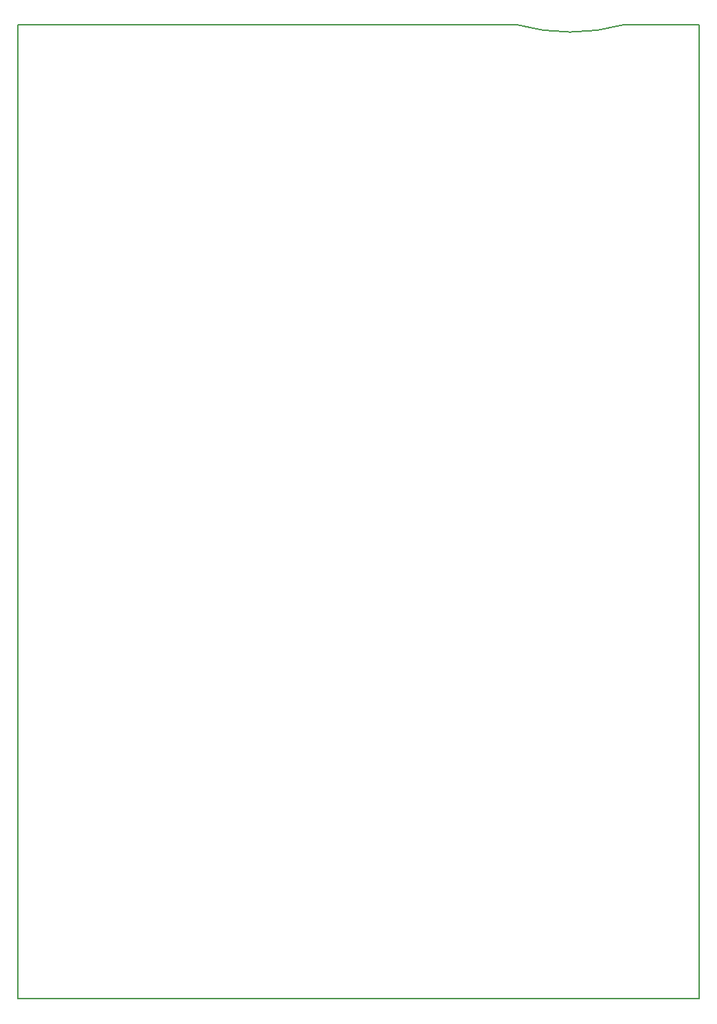
<source format=gm1>
G04 Layer_Color=39372*
%FSLAX44Y44*%
%MOMM*%
G71*
G01*
G75*
%ADD10C,0.2000*%
D10*
X615000Y1200000D02*
G03*
X747000Y1200000I66000J237445D01*
G01*
X0Y0D02*
Y1200000D01*
X840000Y0D02*
Y1200000D01*
X0Y0D02*
X840000D01*
X0Y1200000D02*
X615000D01*
X747000D02*
X840000D01*
M02*

</source>
